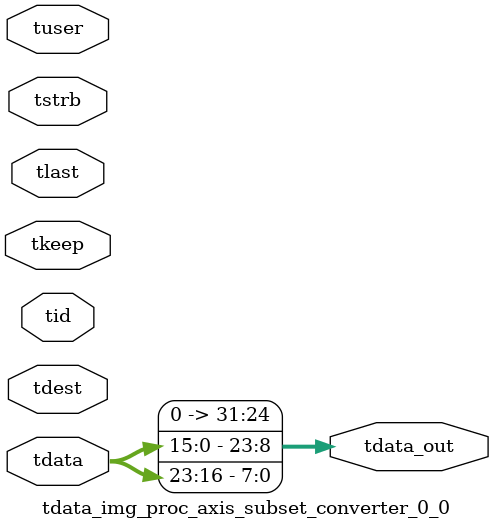
<source format=v>


`timescale 1ps/1ps

module tdata_img_proc_axis_subset_converter_0_0 #
(
parameter C_S_AXIS_TDATA_WIDTH = 32,
parameter C_S_AXIS_TUSER_WIDTH = 0,
parameter C_S_AXIS_TID_WIDTH   = 0,
parameter C_S_AXIS_TDEST_WIDTH = 0,
parameter C_M_AXIS_TDATA_WIDTH = 32
)
(
input  [(C_S_AXIS_TDATA_WIDTH == 0 ? 1 : C_S_AXIS_TDATA_WIDTH)-1:0     ] tdata,
input  [(C_S_AXIS_TUSER_WIDTH == 0 ? 1 : C_S_AXIS_TUSER_WIDTH)-1:0     ] tuser,
input  [(C_S_AXIS_TID_WIDTH   == 0 ? 1 : C_S_AXIS_TID_WIDTH)-1:0       ] tid,
input  [(C_S_AXIS_TDEST_WIDTH == 0 ? 1 : C_S_AXIS_TDEST_WIDTH)-1:0     ] tdest,
input  [(C_S_AXIS_TDATA_WIDTH/8)-1:0 ] tkeep,
input  [(C_S_AXIS_TDATA_WIDTH/8)-1:0 ] tstrb,
input                                                                    tlast,
output [C_M_AXIS_TDATA_WIDTH-1:0] tdata_out
);

assign tdata_out = {tdata[15:8],tdata[7:0],tdata[23:16]};

endmodule


</source>
